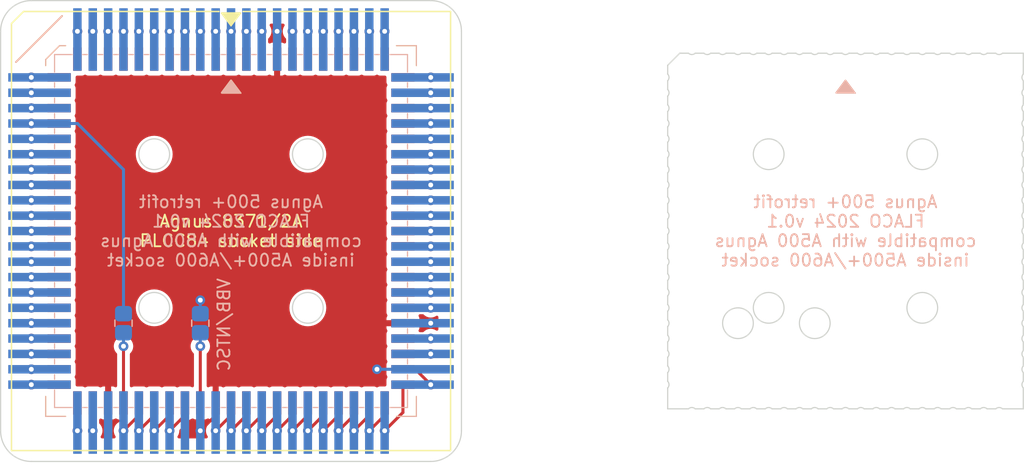
<source format=kicad_pcb>
(kicad_pcb (version 20240108) (generator "pcbnew") (generator_version "8.0")
  (title_block (title "A500+ Agnus retrofit SMD version") (date "2024-03-07") (rev "0.1") (company "FLACO 2024 CC-BY-NC-SA") (comment 1 "Agnus 8371/8372A on A500+ motherboard"))
  (layers (0 "F.Cu" signal) (31 "B.Cu" signal) (34 "B.Paste" user) (35 "F.Paste" user) (36 "B.SilkS" user "B.Silkscreen") (37 "F.SilkS" user "F.Silkscreen") (38 "B.Mask" user) (39 "F.Mask" user) (44 "Edge.Cuts" user))
  (net 0 "")
  (net 1 "/TEST")
  (net 2 "GND")
  (net 3 "+5V")
  (net 4 "/_XCLKEN")
  (net 5 "/DRD13")
  (net 6 "/DRD12")
  (net 7 "/DRD11")
  (net 8 "/DRD10")
  (net 9 "/DRD9")
  (net 10 "/DRD8")
  (net 11 "/DRD7")
  (net 12 "/DRD6")
  (net 13 "/DRD5")
  (net 14 "/DRD4")
  (net 15 "/DRD3")
  (net 16 "/DRD2")
  (net 17 "/DRD1")
  (net 18 "/DRD0")
  (net 19 "/_RESET")
  (net 20 "/_INTR")
  (net 21 "/_DMAL")
  (net 22 "/_BLISS")
  (net 23 "/_BLIT")
  (net 24 "/_WE")
  (net 25 "/RW")
  (net 26 "/_REGEN")
  (net 27 "/AS")
  (net 28 "/_RAMEN")
  (net 29 "/RGA8")
  (net 30 "/RGA7")
  (net 31 "/RGA6")
  (net 32 "/RGA5")
  (net 33 "/RGA4")
  (net 34 "/RGA3")
  (net 35 "/RGA2")
  (net 36 "/RGA1")
  (net 37 "/28MHZ")
  (net 38 "/_CDAC")
  (net 39 "/7MHZ")
  (net 40 "/_CCKQ")
  (net 41 "/_CCK")
  (net 42 "/DRA0")
  (net 43 "/DRA1")
  (net 44 "/DRA2")
  (net 45 "/DRA3")
  (net 46 "/DRA4")
  (net 47 "/DRA5")
  (net 48 "/DRA6")
  (net 49 "/DRA7")
  (net 50 "/DRA8")
  (net 51 "/_LDS")
  (net 52 "/_UDS")
  (net 53 "/_CASL")
  (net 54 "/_CASU")
  (net 55 "/_RAS1")
  (net 56 "/_RAS0")
  (net 57 "/A19")
  (net 58 "/A1")
  (net 59 "/A2")
  (net 60 "/A3")
  (net 61 "/A4")
  (net 62 "/A5")
  (net 63 "/A6")
  (net 64 "/A7")
  (net 65 "/A8")
  (net 66 "/A9")
  (net 67 "/A10")
  (net 68 "/A11")
  (net 69 "/A12")
  (net 70 "/A13")
  (net 71 "/A14")
  (net 72 "/A15")
  (net 73 "/A16")
  (net 74 "/A17")
  (net 75 "/A18")
  (net 76 "/_LPEN")
  (net 77 "/VSYNC")
  (net 78 "/_CSYNC")
  (net 79 "/_HSYNC")
  (net 80 "/DRD15")
  (net 81 "/DRD14")
  (net 83 "/A20")
  (footprint "Package_LCC:PLCC-84_SMD-Socket" (layer "F.Cu") (at 177.8 88.9)
    (property "Reference" "U2" (hide yes))
    (property "Value" "Agnus 8371 socket")
  )
  (footprint "Sassa:C_0805_2012Metric_shortable" (layer "B.Cu") (at 168.91 96.52 -90)
    (property "Reference" "R1" (hide yes))
    (property "Value" "4.7K")
  )
  (footprint "Sassa:PLCC-84_SMD-Plug" (layer "B.Cu") (at 177.8 88.9 180)
    (property "Reference" "U1" (hide yes))
    (property "Value" "Agnus 8375 plug")
  )
  (footprint "Sassa:C_0805_2012Metric_shortable" (layer "B.Cu") (at 175.26 96.52 90)
    (property "Reference" "C1" (hide yes))
    (property "Value" "0.1uF")
  )
  (gr_poly (pts (xy 228.6 76.454) (xy 229.362 77.47) (xy 227.838 77.47)) (stroke (width 0.15)) (fill solid) (layer "B.SilkS"))
  (gr_line (start 163.83 71.12) (end 160.02 74.93) (stroke (width 0.15)) (layer "B.SilkS"))
  (gr_poly (pts (xy 177.8 76.454) (xy 178.562 77.47) (xy 177.038 77.47)) (stroke (width 0.15)) (fill solid) (layer "B.SilkS"))
  (gr_line (start 163.83 71.12) (end 160.02 74.93) (stroke (width 0.15)) (layer "F.SilkS"))
  (gr_poly (pts (xy 177.8 76.454) (xy 178.562 77.47) (xy 177.038 77.47)) (stroke (width 0.15)) (fill solid) (layer "F.SilkS"))
  (gr_poly (pts (xy 177.8 71.9) (xy 177.038 70.884) (xy 178.562 70.884)) (stroke (width 0.15)) (fill solid) (layer "F.SilkS"))
  (gr_line (start 243.300001 95.525499) (end 243.3 96.244501) (stroke (width 0.1)) (layer "Edge.Cuts"))
  (gr_line (start 240.305499 74.199999) (end 241.024501 74.2) (stroke (width 0.1)) (layer "Edge.Cuts"))
  (gr_arc (start 225.784501 103.600001) (mid 226.06 103.490001) (end 226.335499 103.6) (stroke (width 0.1)) (layer "Edge.Cuts"))
  (gr_line (start 238.484501 103.600001) (end 237.765499 103.6) (stroke (width 0.1)) (layer "Edge.Cuts"))
  (gr_line (start 218.164501 103.600001) (end 217.445499 103.6) (stroke (width 0.1)) (layer "Edge.Cuts"))
  (gr_line (start 213.899999 83.544501) (end 213.9 82.825499) (stroke (width 0.1)) (layer "Edge.Cuts"))
  (gr_arc (start 241.024501 103.600001) (mid 241.3 103.490001) (end 241.575499 103.6) (stroke (width 0.1)) (layer "Edge.Cuts"))
  (gr_line (start 243.300001 76.475499) (end 243.3 77.194501) (stroke (width 0.1)) (layer "Edge.Cuts"))
  (gr_line (start 158.75 72.39) (end 158.75 105.41) (stroke (width 0.1)) (layer "Edge.Cuts"))
  (gr_line (start 241.575499 103.6) (end 243.3 103.6) (stroke (width 0.1)) (layer "Edge.Cuts"))
  (gr_arc (start 219.434501 103.600001) (mid 219.71 103.490001) (end 219.985499 103.6) (stroke (width 0.1)) (layer "Edge.Cuts"))
  (gr_line (start 213.899999 81.004501) (end 213.9 80.285499) (stroke (width 0.1)) (layer "Edge.Cuts"))
  (gr_line (start 223.244501 103.600001) (end 222.525499 103.6) (stroke (width 0.1)) (layer "Edge.Cuts"))
  (gr_line (start 233.404501 103.600001) (end 232.685499 103.6) (stroke (width 0.1)) (layer "Edge.Cuts"))
  (gr_line (start 215.624501 103.600001) (end 213.9 103.6) (stroke (width 0.1)) (layer "Edge.Cuts"))
  (gr_line (start 235.944501 103.600001) (end 235.225499 103.6) (stroke (width 0.1)) (layer "Edge.Cuts"))
  (gr_line (start 243.300001 91.715499) (end 243.3 92.434501) (stroke (width 0.1)) (layer "Edge.Cuts"))
  (gr_circle (center 234.95 95.25) (end 234.95 93.98) (stroke (width 0.1)) (fill none) (layer "Edge.Cuts"))
  (gr_line (start 229.594501 103.600001) (end 228.875499 103.6) (stroke (width 0.1)) (layer "Edge.Cuts"))
  (gr_line (start 243.300001 85.365499) (end 243.3 86.084501) (stroke (width 0.1)) (layer "Edge.Cuts"))
  (gr_arc (start 158.75 72.39) (mid 159.493949 70.593949) (end 161.29 69.85) (stroke (width 0.1)) (layer "Edge.Cuts"))
  (gr_line (start 243.300001 84.095499) (end 243.3 84.814501) (stroke (width 0.1)) (layer "Edge.Cuts"))
  (gr_line (start 243.3 75.924501) (end 243.3 74.2) (stroke (width 0.1)) (layer "Edge.Cuts"))
  (gr_line (start 243.300001 81.555499) (end 243.3 82.274501) (stroke (width 0.1)) (layer "Edge.Cuts"))
  (gr_line (start 213.899999 92.434501) (end 213.9 91.715499) (stroke (width 0.1)) (layer "Edge.Cuts"))
  (gr_arc (start 213.899999 101.324501) (mid 214.009999 101.6) (end 213.9 101.875499) (stroke (width 0.1)) (layer "Edge.Cuts"))
  (gr_line (start 194.31 69.85) (end 161.29 69.85) (stroke (width 0.1)) (layer "Edge.Cuts"))
  (gr_arc (start 223.795499 74.199999) (mid 223.52 74.309999) (end 223.244501 74.2) (stroke (width 0.1)) (layer "Edge.Cuts"))
  (gr_circle (center 171.45 82.55) (end 171.45 83.82) (stroke (width 0.1)) (fill none) (layer "Edge.Cuts"))
  (gr_arc (start 213.899999 87.354501) (mid 214.009999 87.63) (end 213.9 87.905499) (stroke (width 0.1)) (layer "Edge.Cuts"))
  (gr_line (start 241.575499 74.199999) (end 243.3 74.2) (stroke (width 0.1)) (layer "Edge.Cuts"))
  (gr_arc (start 227.054501 103.600001) (mid 227.33 103.490001) (end 227.605499 103.6) (stroke (width 0.1)) (layer "Edge.Cuts"))
  (gr_line (start 234.674501 103.600001) (end 233.955499 103.6) (stroke (width 0.1)) (layer "Edge.Cuts"))
  (gr_line (start 213.899999 94.974501) (end 213.9 94.255499) (stroke (width 0.1)) (layer "Edge.Cuts"))
  (gr_line (start 225.065499 74.199999) (end 225.784501 74.2) (stroke (width 0.1)) (layer "Edge.Cuts"))
  (gr_arc (start 213.899999 81.004501) (mid 214.009999 81.28) (end 213.9 81.555499) (stroke (width 0.1)) (layer "Edge.Cuts"))
  (gr_line (start 213.899999 86.084501) (end 213.9 85.365499) (stroke (width 0.1)) (layer "Edge.Cuts"))
  (gr_line (start 213.899999 100.054501) (end 213.9 99.335499) (stroke (width 0.1)) (layer "Edge.Cuts"))
  (gr_circle (center 234.95 82.55) (end 234.95 83.82) (stroke (width 0.1)) (fill none) (layer "Edge.Cuts"))
  (gr_arc (start 225.065499 74.199999) (mid 224.79 74.309999) (end 224.514501 74.2) (stroke (width 0.1)) (layer "Edge.Cuts"))
  (gr_arc (start 230.145499 74.199999) (mid 229.87 74.309999) (end 229.594501 74.2) (stroke (width 0.1)) (layer "Edge.Cuts"))
  (gr_arc (start 243.300001 91.715499) (mid 243.190001 91.44) (end 243.3 91.164501) (stroke (width 0.1)) (layer "Edge.Cuts"))
  (gr_arc (start 241.575499 74.199999) (mid 241.3 74.309999) (end 241.024501 74.2) (stroke (width 0.1)) (layer "Edge.Cuts"))
  (gr_arc (start 213.899999 83.544501) (mid 214.009999 83.82) (end 213.9 84.095499) (stroke (width 0.1)) (layer "Edge.Cuts"))
  (gr_line (start 227.605499 74.199999) (end 228.324501 74.2) (stroke (width 0.1)) (layer "Edge.Cuts"))
  (gr_arc (start 235.225499 74.199999) (mid 234.95 74.309999) (end 234.674501 74.2) (stroke (width 0.1)) (layer "Edge.Cuts"))
  (gr_arc (start 243.300001 100.605499) (mid 243.190001 100.33) (end 243.3 100.054501) (stroke (width 0.1)) (layer "Edge.Cuts"))
  (gr_arc (start 215.624501 103.600001) (mid 215.9 103.490001) (end 216.175499 103.6) (stroke (width 0.1)) (layer "Edge.Cuts"))
  (gr_line (start 213.899999 98.784501) (end 213.9 98.065499) (stroke (width 0.1)) (layer "Edge.Cuts"))
  (gr_arc (start 213.899999 100.054501) (mid 214.009999 100.33) (end 213.9 100.605499) (stroke (width 0.1)) (layer "Edge.Cuts"))
  (gr_line (start 237.214501 103.600001) (end 236.495499 103.6) (stroke (width 0.1)) (layer "Edge.Cuts"))
  (gr_arc (start 213.899999 82.274501) (mid 214.009999 82.55) (end 213.9 82.825499) (stroke (width 0.1)) (layer "Edge.Cuts"))
  (gr_arc (start 243.300001 77.745499) (mid 243.190001 77.47) (end 243.3 77.194501) (stroke (width 0.1)) (layer "Edge.Cuts"))
  (gr_arc (start 243.300001 94.255499) (mid 243.190001 93.98) (end 243.3 93.704501) (stroke (width 0.1)) (layer "Edge.Cuts"))
  (gr_line (start 213.899999 101.324501) (end 213.9 100.605499) (stroke (width 0.1)) (layer "Edge.Cuts"))
  (gr_arc (start 238.484501 103.600001) (mid 238.76 103.490001) (end 239.035499 103.6) (stroke (width 0.1)) (layer "Edge.Cuts"))
  (gr_line (start 237.765499 74.199999) (end 238.484501 74.2) (stroke (width 0.1)) (layer "Edge.Cuts"))
  (gr_arc (start 218.715499 74.199999) (mid 218.44 74.309999) (end 218.164501 74.2) (stroke (width 0.1)) (layer "Edge.Cuts"))
  (gr_arc (start 213.899999 92.434501) (mid 214.009999 92.71) (end 213.9 92.985499) (stroke (width 0.1)) (layer "Edge.Cuts"))
  (gr_arc (start 228.324501 103.600001) (mid 228.6 103.490001) (end 228.875499 103.6) (stroke (width 0.1)) (layer "Edge.Cuts"))
  (gr_line (start 225.784501 103.600001) (end 225.065499 103.6) (stroke (width 0.1)) (layer "Edge.Cuts"))
  (gr_arc (start 243.300001 86.635499) (mid 243.190001 86.36) (end 243.3 86.084501) (stroke (width 0.1)) (layer "Edge.Cuts"))
  (gr_arc (start 219.985499 74.199999) (mid 219.71 74.309999) (end 219.434501 74.2) (stroke (width 0.1)) (layer "Edge.Cuts"))
  (gr_line (start 216.894501 103.600001) (end 216.175499 103.6) (stroke (width 0.1)) (layer "Edge.Cuts"))
  (gr_line (start 243.300001 79.015499) (end 243.3 79.734501) (stroke (width 0.1)) (layer "Edge.Cuts"))
  (gr_line (start 243.300001 99.335499) (end 243.3 100.054501) (stroke (width 0.1)) (layer "Edge.Cuts"))
  (gr_arc (start 194.31 69.85) (mid 196.106051 70.593949) (end 196.85 72.39) (stroke (width 0.1)) (layer "Edge.Cuts"))
  (gr_arc (start 234.674501 103.600001) (mid 234.95 103.490001) (end 235.225499 103.6) (stroke (width 0.1)) (layer "Edge.Cuts"))
  (gr_circle (center 219.71 96.52) (end 219.71 97.79) (stroke (width 0.1)) (fill none) (layer "Edge.Cuts"))
  (gr_arc (start 239.035499 74.199999) (mid 238.76 74.309999) (end 238.484501 74.2) (stroke (width 0.1)) (layer "Edge.Cuts"))
  (gr_arc (start 237.765499 74.199999) (mid 237.49 74.309999) (end 237.214501 74.2) (stroke (width 0.1)) (layer "Edge.Cuts"))
  (gr_arc (start 227.605499 74.199999) (mid 227.33 74.309999) (end 227.054501 74.2) (stroke (width 0.1)) (layer "Edge.Cuts"))
  (gr_arc (start 243.300001 80.285499) (mid 243.190001 80.01) (end 243.3 79.734501) (stroke (width 0.1)) (layer "Edge.Cuts"))
  (gr_arc (start 243.300001 96.795499) (mid 243.190001 96.52) (end 243.3 96.244501) (stroke (width 0.1)) (layer "Edge.Cuts"))
  (gr_arc (start 213.899999 93.704501) (mid 214.009999 93.98) (end 213.9 94.255499) (stroke (width 0.1)) (layer "Edge.Cuts"))
  (gr_arc (start 217.445499 74.199999) (mid 217.17 74.309999) (end 216.894501 74.2) (stroke (width 0.1)) (layer "Edge.Cuts"))
  (gr_arc (start 232.685499 74.199999) (mid 232.41 74.309999) (end 232.134501 74.2) (stroke (width 0.1)) (layer "Edge.Cuts"))
  (gr_arc (start 213.899999 89.894501) (mid 214.009999 90.17) (end 213.9 90.445499) (stroke (width 0.1)) (layer "Edge.Cuts"))
  (gr_line (start 216.175499 74.199999) (end 216.894501 74.2) (stroke (width 0.1)) (layer "Edge.Cuts"))
  (gr_line (start 213.899999 93.704501) (end 213.9 92.985499) (stroke (width 0.1)) (layer "Edge.Cuts"))
  (gr_line (start 219.985499 74.199999) (end 220.704501 74.2) (stroke (width 0.1)) (layer "Edge.Cuts"))
  (gr_arc (start 233.955499 74.199999) (mid 233.68 74.309999) (end 233.404501 74.2) (stroke (width 0.1)) (layer "Edge.Cuts"))
  (gr_line (start 243.300001 100.605499) (end 243.3 101.324501) (stroke (width 0.1)) (layer "Edge.Cuts"))
  (gr_line (start 213.899999 82.274501) (end 213.9 81.555499) (stroke (width 0.1)) (layer "Edge.Cuts"))
  (gr_arc (start 216.175499 74.199999) (mid 215.9 74.309999) (end 215.624501 74.2) (stroke (width 0.1)) (layer "Edge.Cuts"))
  (gr_line (start 243.300001 87.905499) (end 243.3 88.624501) (stroke (width 0.1)) (layer "Edge.Cuts"))
  (gr_arc (start 213.899999 79.734501) (mid 214.009999 80.01) (end 213.9 80.285499) (stroke (width 0.1)) (layer "Edge.Cuts"))
  (gr_arc (start 218.164501 103.600001) (mid 218.44 103.490001) (end 218.715499 103.6) (stroke (width 0.1)) (layer "Edge.Cuts"))
  (gr_line (start 217.445499 74.199999) (end 218.164501 74.2) (stroke (width 0.1)) (layer "Edge.Cuts"))
  (gr_circle (center 184.15 95.25) (end 184.15 93.98) (stroke (width 0.1)) (fill none) (layer "Edge.Cuts"))
  (gr_arc (start 220.704501 103.600001) (mid 220.98 103.490001) (end 221.255499 103.6) (stroke (width 0.1)) (layer "Edge.Cuts"))
  (gr_line (start 213.899999 77.194501) (end 213.9 76.475499) (stroke (width 0.1)) (layer "Edge.Cuts"))
  (gr_line (start 243.300001 90.445499) (end 243.3 91.164501) (stroke (width 0.1)) (layer "Edge.Cuts"))
  (gr_arc (start 221.974501 103.600001) (mid 222.25 103.490001) (end 222.525499 103.6) (stroke (width 0.1)) (layer "Edge.Cuts"))
  (gr_line (start 220.704501 103.600001) (end 219.985499 103.6) (stroke (width 0.1)) (layer "Edge.Cuts"))
  (gr_line (start 236.495499 74.199999) (end 237.214501 74.2) (stroke (width 0.1)) (layer "Edge.Cuts"))
  (gr_arc (start 237.214501 103.600001) (mid 237.49 103.490001) (end 237.765499 103.6) (stroke (width 0.1)) (layer "Edge.Cuts"))
  (gr_line (start 243.300001 98.065499) (end 243.3 98.784501) (stroke (width 0.1)) (layer "Edge.Cuts"))
  (gr_line (start 241.024501 103.600001) (end 240.305499 103.6) (stroke (width 0.1)) (layer "Edge.Cuts"))
  (gr_arc (start 243.300001 99.335499) (mid 243.190001 99.06) (end 243.3 98.784501) (stroke (width 0.1)) (layer "Edge.Cuts"))
  (gr_line (start 243.300001 82.825499) (end 243.3 83.544501) (stroke (width 0.1)) (layer "Edge.Cuts"))
  (gr_circle (center 222.25 95.25) (end 222.25 93.98) (stroke (width 0.1)) (fill none) (layer "Edge.Cuts"))
  (gr_line (start 213.9 75.2) (end 214.9 74.2) (stroke (width 0.1)) (layer "Edge.Cuts"))
  (gr_arc (start 231.415499 74.199999) (mid 231.14 74.309999) (end 230.864501 74.2) (stroke (width 0.1)) (layer "Edge.Cuts"))
  (gr_arc (start 243.300001 84.095499) (mid 243.190001 83.82) (end 243.3 83.544501) (stroke (width 0.1)) (layer "Edge.Cuts"))
  (gr_arc (start 243.300001 95.525499) (mid 243.190001 95.25) (end 243.3 94.974501) (stroke (width 0.1)) (layer "Edge.Cuts"))
  (gr_arc (start 240.305499 74.199999) (mid 240.03 74.309999) (end 239.754501 74.2) (stroke (width 0.1)) (layer "Edge.Cuts"))
  (gr_line (start 224.514501 103.600001) (end 223.795499 103.6) (stroke (width 0.1)) (layer "Edge.Cuts"))
  (gr_arc (start 222.525499 74.199999) (mid 222.25 74.309999) (end 221.974501 74.2) (stroke (width 0.1)) (layer "Edge.Cuts"))
  (gr_line (start 222.525499 74.199999) (end 223.244501 74.2) (stroke (width 0.1)) (layer "Edge.Cuts"))
  (gr_line (start 230.864501 103.600001) (end 230.145499 103.6) (stroke (width 0.1)) (layer "Edge.Cuts"))
  (gr_arc (start 213.899999 94.974501) (mid 214.009999 95.25) (end 213.9 95.525499) (stroke (width 0.1)) (layer "Edge.Cuts"))
  (gr_line (start 233.955499 74.199999) (end 234.674501 74.2) (stroke (width 0.1)) (layer "Edge.Cuts"))
  (gr_line (start 243.300001 86.635499) (end 243.3 87.354501) (stroke (width 0.1)) (layer "Edge.Cuts"))
  (gr_line (start 243.300001 92.985499) (end 243.3 93.704501) (stroke (width 0.1)) (layer "Edge.Cuts"))
  (gr_arc (start 213.899999 86.084501) (mid 214.009999 86.36) (end 213.9 86.635499) (stroke (width 0.1)) (layer "Edge.Cuts"))
  (gr_arc (start 243.300001 85.365499) (mid 243.190001 85.09) (end 243.3 84.814501) (stroke (width 0.1)) (layer "Edge.Cuts"))
  (gr_arc (start 232.134501 103.600001) (mid 232.41 103.490001) (end 232.685499 103.6) (stroke (width 0.1)) (layer "Edge.Cuts"))
  (gr_arc (start 243.300001 82.825499) (mid 243.190001 82.55) (end 243.3 82.274501) (stroke (width 0.1)) (layer "Edge.Cuts"))
  (gr_arc (start 216.894501 103.600001) (mid 217.17 103.490001) (end 217.445499 103.6) (stroke (width 0.1)) (layer "Edge.Cuts"))
  (gr_line (start 223.795499 74.199999) (end 224.514501 74.2) (stroke (width 0.1)) (layer "Edge.Cuts"))
  (gr_arc (start 243.300001 98.065499) (mid 243.190001 97.79) (end 243.3 97.514501) (stroke (width 0.1)) (layer "Edge.Cuts"))
  (gr_line (start 221.255499 74.199999) (end 221.974501 74.2) (stroke (width 0.1)) (layer "Edge.Cuts"))
  (gr_arc (start 213.899999 75.924501) (mid 214.009999 76.2) (end 213.9 76.475499) (stroke (width 0.1)) (layer "Edge.Cuts"))
  (gr_arc (start 243.300001 90.445499) (mid 243.190001 90.17) (end 243.3 89.894501) (stroke (width 0.1)) (layer "Edge.Cuts"))
  (gr_arc (start 243.300001 81.555499) (mid 243.190001 81.28) (end 243.3 81.004501) (stroke (width 0.1)) (layer "Edge.Cuts"))
  (gr_line (start 218.715499 74.199999) (end 219.434501 74.2) (stroke (width 0.1)) (layer "Edge.Cuts"))
  (gr_line (start 213.9 101.875499) (end 213.9 103.6) (stroke (width 0.1)) (layer "Edge.Cuts"))
  (gr_line (start 239.035499 74.199999) (end 239.754501 74.2) (stroke (width 0.1)) (layer "Edge.Cuts"))
  (gr_line (start 215.624501 74.2) (end 214.9 74.2) (stroke (width 0.1)) (layer "Edge.Cuts"))
  (gr_line (start 196.85 105.41) (end 196.85 72.39) (stroke (width 0.1)) (layer "Edge.Cuts"))
  (gr_arc (start 213.899999 91.164501) (mid 214.009999 91.44) (end 213.9 91.715499) (stroke (width 0.1)) (layer "Edge.Cuts"))
  (gr_arc (start 213.899999 98.784501) (mid 214.009999 99.06) (end 213.9 99.335499) (stroke (width 0.1)) (layer "Edge.Cuts"))
  (gr_line (start 227.054501 103.600001) (end 226.335499 103.6) (stroke (width 0.1)) (layer "Edge.Cuts"))
  (gr_arc (start 213.899999 84.814501) (mid 214.009999 85.09) (end 213.9 85.365499) (stroke (width 0.1)) (layer "Edge.Cuts"))
  (gr_arc (start 243.300001 87.905499) (mid 243.190001 87.63) (end 243.3 87.354501) (stroke (width 0.1)) (layer "Edge.Cuts"))
  (gr_line (start 231.415499 74.199999) (end 232.134501 74.2) (stroke (width 0.1)) (layer "Edge.Cuts"))
  (gr_line (start 213.899999 89.894501) (end 213.9 89.175499) (stroke (width 0.1)) (layer "Edge.Cuts"))
  (gr_arc (start 224.514501 103.600001) (mid 224.79 103.490001) (end 225.065499 103.6) (stroke (width 0.1)) (layer "Edge.Cuts"))
  (gr_line (start 235.225499 74.199999) (end 235.944501 74.2) (stroke (width 0.1)) (layer "Edge.Cuts"))
  (gr_line (start 228.875499 74.199999) (end 229.594501 74.2) (stroke (width 0.1)) (layer "Edge.Cuts"))
  (gr_line (start 243.300001 80.285499) (end 243.3 81.004501) (stroke (width 0.1)) (layer "Edge.Cuts"))
  (gr_line (start 230.145499 74.199999) (end 230.864501 74.2) (stroke (width 0.1)) (layer "Edge.Cuts"))
  (gr_arc (start 221.255499 74.199999) (mid 220.98 74.309999) (end 220.704501 74.2) (stroke (width 0.1)) (layer "Edge.Cuts"))
  (gr_line (start 213.899999 88.624501) (end 213.9 87.905499) (stroke (width 0.1)) (layer "Edge.Cuts"))
  (gr_arc (start 213.899999 77.194501) (mid 214.009999 77.47) (end 213.9 77.745499) (stroke (width 0.1)) (layer "Edge.Cuts"))
  (gr_line (start 232.134501 103.600001) (end 231.415499 103.6) (stroke (width 0.1)) (layer "Edge.Cuts"))
  (gr_arc (start 243.300001 79.015499) (mid 243.190001 78.74) (end 243.3 78.464501) (stroke (width 0.1)) (layer "Edge.Cuts"))
  (gr_line (start 243.300001 101.875499) (end 243.3 103.6) (stroke (width 0.1)) (layer "Edge.Cuts"))
  (gr_line (start 226.335499 74.199999) (end 227.054501 74.2) (stroke (width 0.1)) (layer "Edge.Cuts"))
  (gr_line (start 161.29 107.95) (end 194.31 107.95) (stroke (width 0.1)) (layer "Edge.Cuts"))
  (gr_arc (start 243.300001 101.875499) (mid 243.190001 101.6) (end 243.3 101.324501) (stroke (width 0.1)) (layer "Edge.Cuts"))
  (gr_arc (start 213.899999 88.624501) (mid 214.009999 88.9) (end 213.9 89.175499) (stroke (width 0.1)) (layer "Edge.Cuts"))
  (gr_arc (start 161.29 107.95) (mid 159.493949 107.206051) (end 158.75 105.41) (stroke (width 0.1)) (layer "Edge.Cuts"))
  (gr_arc (start 228.875499 74.199999) (mid 228.6 74.309999) (end 228.324501 74.2) (stroke (width 0.1)) (layer "Edge.Cuts"))
  (gr_arc (start 230.864501 103.600001) (mid 231.14 103.490001) (end 231.415499 103.6) (stroke (width 0.1)) (layer "Edge.Cuts"))
  (gr_arc (start 243.300001 89.175499) (mid 243.190001 88.9) (end 243.3 88.624501) (stroke (width 0.1)) (layer "Edge.Cuts"))
  (gr_line (start 228.324501 103.600001) (end 227.605499 103.6) (stroke (width 0.1)) (layer "Edge.Cuts"))
  (gr_arc (start 226.335499 74.199999) (mid 226.06 74.309999) (end 225.784501 74.2) (stroke (width 0.1)) (layer "Edge.Cuts"))
  (gr_arc (start 213.899999 97.514501) (mid 214.009999 97.79) (end 213.9 98.065499) (stroke (width 0.1)) (layer "Edge.Cuts"))
  (gr_line (start 243.300001 96.795499) (end 243.3 97.514501) (stroke (width 0.1)) (layer "Edge.Cuts"))
  (gr_arc (start 243.300001 92.985499) (mid 243.190001 92.71) (end 243.3 92.434501) (stroke (width 0.1)) (layer "Edge.Cuts"))
  (gr_arc (start 229.594501 103.600001) (mid 229.87 103.490001) (end 230.145499 103.6) (stroke (width 0.1)) (layer "Edge.Cuts"))
  (gr_line (start 213.899999 75.924501) (end 213.9 75.2) (stroke (width 0.1)) (layer "Edge.Cuts"))
  (gr_line (start 243.300001 77.745499) (end 243.3 78.464501) (stroke (width 0.1)) (layer "Edge.Cuts"))
  (gr_arc (start 236.495499 74.199999) (mid 236.22 74.309999) (end 235.944501 74.2) (stroke (width 0.1)) (layer "Edge.Cuts"))
  (gr_line (start 213.899999 97.514501) (end 213.9 96.795499) (stroke (width 0.1)) (layer "Edge.Cuts"))
  (gr_line (start 213.899999 84.814501) (end 213.9 84.095499) (stroke (width 0.1)) (layer "Edge.Cuts"))
  (gr_circle (center 226.06 96.52) (end 226.06 97.79) (stroke (width 0.1)) (fill none) (layer "Edge.Cuts"))
  (gr_line (start 213.899999 79.734501) (end 213.9 79.015499) (stroke (width 0.1)) (layer "Edge.Cuts"))
  (gr_line (start 213.899999 87.354501) (end 213.9 86.635499) (stroke (width 0.1)) (layer "Edge.Cuts"))
  (gr_line (start 239.754501 103.600001) (end 239.035499 103.6) (stroke (width 0.1)) (layer "Edge.Cuts"))
  (gr_circle (center 171.45 95.25) (end 171.45 93.98) (stroke (width 0.1)) (fill none) (layer "Edge.Cuts"))
  (gr_arc (start 239.754501 103.600001) (mid 240.03 103.490001) (end 240.305499 103.6) (stroke (width 0.1)) (layer "Edge.Cuts"))
  (gr_line (start 243.300001 94.255499) (end 243.3 94.974501) (stroke (width 0.1)) (layer "Edge.Cuts"))
  (gr_arc (start 243.300001 76.475499) (mid 243.190001 76.2) (end 243.3 75.924501) (stroke (width 0.1)) (layer "Edge.Cuts"))
  (gr_arc (start 235.944501 103.600001) (mid 236.22 103.490001) (end 236.495499 103.6) (stroke (width 0.1)) (layer "Edge.Cuts"))
  (gr_arc (start 233.404501 103.600001) (mid 233.68 103.490001) (end 233.955499 103.6) (stroke (width 0.1)) (layer "Edge.Cuts"))
  (gr_line (start 213.899999 78.464501) (end 213.9 77.745499) (stroke (width 0.1)) (layer "Edge.Cuts"))
  (gr_circle (center 222.25 82.55) (end 222.25 83.82) (stroke (width 0.1)) (fill none) (layer "Edge.Cuts"))
  (gr_arc (start 196.85 105.41) (mid 196.106051 107.206051) (end 194.31 107.95) (stroke (width 0.1)) (layer "Edge.Cuts"))
  (gr_line (start 221.974501 103.600001) (end 221.255499 103.6) (stroke (width 0.1)) (layer "Edge.Cuts"))
  (gr_line (start 219.434501 103.600001) (end 218.715499 103.6) (stroke (width 0.1)) (layer "Edge.Cuts"))
  (gr_line (start 243.300001 89.175499) (end 243.3 89.894501) (stroke (width 0.1)) (layer "Edge.Cuts"))
  (gr_line (start 232.685499 74.199999) (end 233.404501 74.2) (stroke (width 0.1)) (layer "Edge.Cuts"))
  (gr_line (start 213.899999 91.164501) (end 213.9 90.445499) (stroke (width 0.1)) (layer "Edge.Cuts"))
  (gr_circle (center 184.15 82.55) (end 184.15 83.82) (stroke (width 0.1)) (fill none) (layer "Edge.Cuts"))
  (gr_arc (start 223.244501 103.600001) (mid 223.52 103.490001) (end 223.795499 103.6) (stroke (width 0.1)) (layer "Edge.Cuts"))
  (gr_arc (start 213.899999 96.244501) (mid 214.009999 96.52) (end 213.9 96.795499) (stroke (width 0.1)) (layer "Edge.Cuts"))
  (gr_arc (start 213.899999 78.464501) (mid 214.009999 78.74) (end 213.9 79.015499) (stroke (width 0.1)) (layer "Edge.Cuts"))
  (gr_line (start 213.899999 96.244501) (end 213.9 95.525499) (stroke (width 0.1)) (layer "Edge.Cuts"))
  (gr_text "Agnus 500+ retrofit\nFLACO 2024 v0.1\ncompatible with A500 Agnus\ninside A500+/A600 socket" (at 177.8 88.9 0) (layer "B.SilkS") (effects (font (size 1 1)) (justify mirror)))
  (gr_text "Agnus 500+ retrofit\nFLACO 2024 v0.1\ncompatible with A500 Agnus\ninside A500+/A600 socket" (at 228.6 88.9 0) (layer "B.SilkS") (effects (font (size 1 1)) (justify mirror)))
  (gr_text "VBB/NTSC" (at 177.8 92.71 90) (layer "B.SilkS") (effects (font (size 1 1)) (justify left bottom mirror)))
  (gr_text "Agnus 8371/2A\nPLCC84 socket side" (at 177.8 88.9 0) (layer "F.SilkS") (effects (font (size 1 1))))
  (segment (start 175.26 103.1125) (end 175.26 98.425) (width 0.25) (layer "F.Cu") (net 1))
  (via (at 175.26 98.425) (size 0.8) (drill 0.4) (layers "F.Cu" "B.Cu") (net 1))
  (segment (start 175.26 98.425) (end 175.26 97.3087) (width 0.25) (layer "B.Cu") (net 1))
  (segment (start 192.0125 96.52) (end 194.31 96.52) (width 0.25) (layer "F.Cu") (net 2))
  (segment (start 181.61 72.39) (end 181.61 74.6875) (width 0.25) (layer "F.Cu") (net 2))
  (segment (start 176.53 104.14) (end 176.53 103.1125) (width 0.25) (layer "F.Cu") (net 2))
  (segment (start 175.26 105.41) (end 176.53 104.14) (width 0.25) (layer "F.Cu") (net 2))
  (via (at 189.865 100.33) (size 0.8) (drill 0.4) (layers "F.Cu" "B.Cu") (net 2))
  (via (at 194.31 96.52) (size 0.8) (drill 0.4) (layers "F.Cu" "B.Cu") (net 2))
  (via (at 181.61 72.39) (size 0.8) (drill 0.4) (layers "F.Cu" "B.Cu") (net 2))
  (via (at 175.26 105.41) (size 0.8) (drill 0.4) (layers "F.Cu" "B.Cu") (net 2))
  (via (at 175.26 94.615) (size 0.8) (drill 0.4) (layers "F.Cu" "B.Cu") (net 2))
  (segment (start 192.0125 100.33) (end 189.865 100.33) (width 0.25) (layer "B.Cu") (net 2))
  (segment (start 175.26 95.7313) (end 175.26 94.615) (width 0.25) (layer "B.Cu") (net 2))
  (segment (start 194.31 96.52) (end 192.0125 96.52) (width 0.25) (layer "B.Cu") (net 2))
  (segment (start 181.61 74.6875) (end 181.61 72.39) (width 0.25) (layer "B.Cu") (net 2))
  (segment (start 175.26 103.1125) (end 175.26 105.41) (width 0.25) (layer "B.Cu") (net 2))
  (segment (start 161.29 80.01) (end 163.5875 80.01) (width 0.25) (layer "F.Cu") (net 3))
  (via (at 161.29 80.01) (size 0.8) (drill 0.4) (layers "F.Cu" "B.Cu") (net 3))
  (segment (start 163.5875 80.01) (end 165.1 80.01) (width 0.25) (layer "B.Cu") (net 3))
  (segment (start 168.91 83.82) (end 168.91 95.7313) (width 0.25) (layer "B.Cu") (net 3))
  (segment (start 161.29 80.01) (end 163.5875 80.01) (width 0.25) (layer "B.Cu") (net 3))
  (segment (start 165.1 80.01) (end 168.91 83.82) (width 0.25) (layer "B.Cu") (net 3))
  (segment (start 168.91 103.1125) (end 168.91 98.425) (width 0.25) (layer "F.Cu") (net 4))
  (via (at 168.91 98.425) (size 0.8) (drill 0.4) (layers "F.Cu" "B.Cu") (net 4))
  (segment (start 168.91 98.425) (end 168.91 97.3087) (width 0.25) (layer "B.Cu") (net 4))
  (segment (start 177.8 72.39) (end 177.8 74.6875) (width 0.25) (layer "F.Cu") (net 5))
  (via (at 177.8 72.39) (size 0.8) (drill 0.4) (layers "F.Cu" "B.Cu") (net 5))
  (segment (start 177.8 74.6875) (end 177.8 72.39) (width 0.25) (layer "B.Cu") (net 5))
  (segment (start 176.53 72.39) (end 176.53 74.6875) (width 0.25) (layer "F.Cu") (net 6))
  (via (at 176.53 72.39) (size 0.8) (drill 0.4) (layers "F.Cu" "B.Cu") (net 6))
  (segment (start 176.53 74.6875) (end 176.53 72.39) (width 0.25) (layer "B.Cu") (net 6))
  (segment (start 175.26 72.39) (end 175.26 74.6875) (width 0.25) (layer "F.Cu") (net 7))
  (via (at 175.26 72.39) (size 0.8) (drill 0.4) (layers "F.Cu" "B.Cu") (net 7))
  (segment (start 175.26 74.6875) (end 175.26 72.39) (width 0.25) (layer "B.Cu") (net 7))
  (segment (start 173.99 74.6875) (end 173.99 72.39) (width 0.25) (layer "F.Cu") (net 8))
  (via (at 173.99 72.39) (size 0.8) (drill 0.4) (layers "F.Cu" "B.Cu") (net 8))
  (segment (start 173.99 72.39) (end 173.99 74.6875) (width 0.25) (layer "B.Cu") (net 8))
  (segment (start 172.72 74.6875) (end 172.72 72.39) (width 0.25) (layer "F.Cu") (net 9))
  (via (at 172.72 72.39) (size 0.8) (drill 0.4) (layers "F.Cu" "B.Cu") (net 9))
  (segment (start 172.72 72.39) (end 172.72 74.6875) (width 0.25) (layer "B.Cu") (net 9))
  (segment (start 171.45 74.6875) (end 171.45 72.39) (width 0.25) (layer "F.Cu") (net 10))
  (via (at 171.45 72.39) (size 0.8) (drill 0.4) (layers "F.Cu" "B.Cu") (net 10))
  (segment (start 171.45 72.39) (end 171.45 74.6875) (width 0.25) (layer "B.Cu") (net 10))
  (segment (start 170.18 74.6875) (end 170.18 72.39) (width 0.25) (layer "F.Cu") (net 11))
  (via (at 170.18 72.39) (size 0.8) (drill 0.4) (layers "F.Cu" "B.Cu") (net 11))
  (segment (start 170.18 72.39) (end 170.18 74.6875) (width 0.25) (layer "B.Cu") (net 11))
  (segment (start 168.91 74.6875) (end 168.91 72.39) (width 0.25) (layer "F.Cu") (net 12))
  (via (at 168.91 72.39) (size 0.8) (drill 0.4) (layers "F.Cu" "B.Cu") (net 12))
  (segment (start 168.91 72.39) (end 168.91 74.6875) (width 0.25) (layer "B.Cu") (net 12))
  (segment (start 167.64 74.6875) (end 167.64 72.39) (width 0.25) (layer "F.Cu") (net 13))
  (via (at 167.64 72.39) (size 0.8) (drill 0.4) (layers "F.Cu" "B.Cu") (net 13))
  (segment (start 167.64 72.39) (end 167.64 74.6875) (width 0.25) (layer "B.Cu") (net 13))
  (segment (start 166.37 74.6875) (end 166.37 72.39) (width 0.25) (layer "F.Cu") (net 14))
  (via (at 166.37 72.39) (size 0.8) (drill 0.4) (layers "F.Cu" "B.Cu") (net 14))
  (segment (start 166.37 72.39) (end 166.37 74.6875) (width 0.25) (layer "B.Cu") (net 14))
  (segment (start 165.1 74.6875) (end 165.1 72.39) (width 0.25) (layer "F.Cu") (net 15))
  (via (at 165.1 72.39) (size 0.8) (drill 0.4) (layers "F.Cu" "B.Cu") (net 15))
  (segment (start 165.1 72.39) (end 165.1 74.6875) (width 0.25) (layer "B.Cu") (net 15))
  (segment (start 161.29 76.2) (end 163.5875 76.2) (width 0.25) (layer "F.Cu") (net 16))
  (via (at 161.29 76.2) (size 0.8) (drill 0.4) (layers "F.Cu" "B.Cu") (net 16))
  (segment (start 161.29 76.2) (end 163.5875 76.2) (width 0.25) (layer "B.Cu") (net 16))
  (segment (start 161.29 77.47) (end 163.5875 77.47) (width 0.25) (layer "F.Cu") (net 17))
  (via (at 161.29 77.47) (size 0.8) (drill 0.4) (layers "F.Cu" "B.Cu") (net 17))
  (segment (start 161.29 77.47) (end 163.5875 77.47) (width 0.25) (layer "B.Cu") (net 17))
  (segment (start 161.29 78.74) (end 163.5875 78.74) (width 0.25) (layer "F.Cu") (net 18))
  (via (at 161.29 78.74) (size 0.8) (drill 0.4) (layers "F.Cu" "B.Cu") (net 18))
  (segment (start 161.29 78.74) (end 163.5875 78.74) (width 0.25) (layer "B.Cu") (net 18))
  (segment (start 161.29 81.28) (end 163.5875 81.28) (width 0.25) (layer "F.Cu") (net 19))
  (via (at 161.29 81.28) (size 0.8) (drill 0.4) (layers "F.Cu" "B.Cu") (net 19))
  (segment (start 161.29 81.28) (end 163.5875 81.28) (width 0.25) (layer "B.Cu") (net 19))
  (segment (start 161.29 82.55) (end 163.5875 82.55) (width 0.25) (layer "F.Cu") (net 20))
  (via (at 161.29 82.55) (size 0.8) (drill 0.4) (layers "F.Cu" "B.Cu") (net 20))
  (segment (start 161.29 82.55) (end 163.5875 82.55) (width 0.25) (layer "B.Cu") (net 20))
  (segment (start 161.29 83.82) (end 163.5875 83.82) (width 0.25) (layer "F.Cu") (net 21))
  (via (at 161.29 83.82) (size 0.8) (drill 0.4) (layers "F.Cu" "B.Cu") (net 21))
  (segment (start 161.29 83.82) (end 163.5875 83.82) (width 0.25) (layer "B.Cu") (net 21))
  (segment (start 161.29 85.09) (end 163.5875 85.09) (width 0.25) (layer "F.Cu") (net 22))
  (via (at 161.29 85.09) (size 0.8) (drill 0.4) (layers "F.Cu" "B.Cu") (net 22))
  (segment (start 161.29 85.09) (end 163.5875 85.09) (width 0.25) (layer "B.Cu") (net 22))
  (segment (start 161.29 86.36) (end 163.5875 86.36) (width 0.25) (layer "F.Cu") (net 23))
  (via (at 161.29 86.36) (size 0.8) (drill 0.4) (layers "F.Cu" "B.Cu") (net 23))
  (segment (start 161.29 86.36) (end 163.5875 86.36) (width 0.25) (layer "B.Cu") (net 23))
  (segment (start 161.29 87.63) (end 163.5875 87.63) (width 0.25) (layer "F.Cu") (net 24))
  (via (at 161.29 87.63) (size 0.8) (drill 0.4) (layers "F.Cu" "B.Cu") (net 24))
  (segment (start 161.29 87.63) (end 163.5875 87.63) (width 0.25) (layer "B.Cu") (net 24))
  (segment (start 161.29 88.9) (end 163.5875 88.9) (width 0.25) (layer "F.Cu") (net 25))
  (via (at 161.29 88.9) (size 0.8) (drill 0.4) (layers "F.Cu" "B.Cu") (net 25))
  (segment (start 161.29 88.9) (end 163.5875 88.9) (width 0.25) (layer "B.Cu") (net 25))
  (segment (start 161.29 90.17) (end 163.5875 90.17) (width 0.25) (layer "F.Cu") (net 26))
  (via (at 161.29 90.17) (size 0.8) (drill 0.4) (layers "F.Cu" "B.Cu") (net 26))
  (segment (start 161.29 90.17) (end 163.5875 90.17) (width 0.25) (layer "B.Cu") (net 26))
  (segment (start 161.29 91.44) (end 163.5875 91.44) (width 0.25) (layer "F.Cu") (net 27))
  (via (at 161.29 91.44) (size 0.8) (drill 0.4) (layers "F.Cu" "B.Cu") (net 27))
  (segment (start 161.29 91.44) (end 163.5875 91.44) (width 0.25) (layer "B.Cu") (net 27))
  (segment (start 161.29 92.71) (end 163.5875 92.71) (width 0.25) (layer "F.Cu") (net 28))
  (via (at 161.29 92.71) (size 0.8) (drill 0.4) (layers "F.Cu" "B.Cu") (net 28))
  (segment (start 161.29 92.71) (end 163.5875 92.71) (width 0.25) (layer "B.Cu") (net 28))
  (segment (start 161.29 93.98) (end 163.5875 93.98) (width 0.25) (layer "F.Cu") (net 29))
  (via (at 161.29 93.98) (size 0.8) (drill 0.4) (layers "F.Cu" "B.Cu") (net 29))
  (segment (start 161.29 93.98) (end 163.5875 93.98) (width 0.25) (layer "B.Cu") (net 29))
  (segment (start 161.29 95.25) (end 163.5875 95.25) (width 0.25) (layer "F.Cu") (net 30))
  (via (at 161.29 95.25) (size 0.8) (drill 0.4) (layers "F.Cu" "B.Cu") (net 30))
  (segment (start 161.29 95.25) (end 163.5875 95.25) (width 0.25) (layer "B.Cu") (net 30))
  (segment (start 161.29 96.52) (end 163.5875 96.52) (width 0.25) (layer "F.Cu") (net 31))
  (via (at 161.29 96.52) (size 0.8) (drill 0.4) (layers "F.Cu" "B.Cu") (net 31))
  (segment (start 161.29 96.52) (end 163.5875 96.52) (width 0.25) (layer "B.Cu") (net 31))
  (segment (start 161.29 97.79) (end 163.5875 97.79) (width 0.25) (layer "F.Cu") (net 32))
  (via (at 161.29 97.79) (size 0.8) (drill 0.4) (layers "F.Cu" "B.Cu") (net 32))
  (segment (start 161.29 97.79) (end 163.5875 97.79) (width 0.25) (layer "B.Cu") (net 32))
  (segment (start 161.29 99.06) (end 163.5875 99.06) (width 0.25) (layer "F.Cu") (net 33))
  (via (at 161.29 99.06) (size 0.8) (drill 0.4) (layers "F.Cu" "B.Cu") (net 33))
  (segment (start 161.29 99.06) (end 163.5875 99.06) (width 0.25) (layer "B.Cu") (net 33))
  (segment (start 161.29 100.33) (end 163.5875 100.33) (width 0.25) (layer "F.Cu") (net 34))
  (via (at 161.29 100.33) (size 0.8) (drill 0.4) (layers "F.Cu" "B.Cu") (net 34))
  (segment (start 161.29 100.33) (end 163.5875 100.33) (width 0.25) (layer "B.Cu") (net 34))
  (segment (start 161.29 101.6) (end 163.5875 101.6) (width 0.25) (layer "F.Cu") (net 35))
  (via (at 161.29 101.6) (size 0.8) (drill 0.4) (layers "F.Cu" "B.Cu") (net 35))
  (segment (start 161.29 101.6) (end 163.5875 101.6) (width 0.25) (layer "B.Cu") (net 35))
  (segment (start 165.1 103.1125) (end 165.1 105.41) (width 0.25) (layer "F.Cu") (net 36))
  (via (at 165.1 105.41) (size 0.8) (drill 0.4) (layers "F.Cu" "B.Cu") (net 36))
  (segment (start 165.1 105.41) (end 165.1 103.1125) (width 0.25) (layer "B.Cu") (net 36))
  (segment (start 166.37 103.1125) (end 166.37 105.41) (width 0.25) (layer "F.Cu") (net 37))
  (via (at 166.37 105.41) (size 0.8) (drill 0.4) (layers "F.Cu" "B.Cu") (net 37))
  (segment (start 166.37 105.41) (end 166.37 103.1125) (width 0.25) (layer "B.Cu") (net 37))
  (segment (start 170.18 104.14) (end 170.18 103.1125) (width 0.25) (layer "F.Cu") (net 38))
  (segment (start 168.91 105.41) (end 170.18 104.14) (width 0.25) (layer "F.Cu") (net 38))
  (via (at 168.91 105.41) (size 0.8) (drill 0.4) (layers "F.Cu" "B.Cu") (net 38))
  (segment (start 168.91 103.1125) (end 168.91 105.41) (width 0.25) (layer "B.Cu") (net 38))
  (segment (start 171.45 104.14) (end 171.45 103.1125) (width 0.25) (layer "F.Cu") (net 39))
  (segment (start 170.18 105.41) (end 171.45 104.14) (width 0.25) (layer "F.Cu") (net 39))
  (via (at 170.18 105.41) (size 0.8) (drill 0.4) (layers "F.Cu" "B.Cu") (net 39))
  (segment (start 170.18 103.1125) (end 170.18 105.41) (width 0.25) (layer "B.Cu") (net 39))
  (segment (start 172.72 104.14) (end 172.72 103.1125) (width 0.25) (layer "F.Cu") (net 40))
  (segment (start 171.45 105.41) (end 172.72 104.14) (width 0.25) (layer "F.Cu") (net 40))
  (via (at 171.45 105.41) (size 0.8) (drill 0.4) (layers "F.Cu" "B.Cu") (net 40))
  (segment (start 171.45 103.1125) (end 171.45 105.41) (width 0.25) (layer "B.Cu") (net 40))
  (segment (start 173.99 104.14) (end 173.99 103.1125) (width 0.25) (layer "F.Cu") (net 41))
  (segment (start 172.72 105.41) (end 173.99 104.14) (width 0.25) (layer "F.Cu") (net 41))
  (via (at 172.72 105.41) (size 0.8) (drill 0.4) (layers "F.Cu" "B.Cu") (net 41))
  (segment (start 172.72 103.1125) (end 172.72 105.41) (width 0.25) (layer "B.Cu") (net 41))
  (segment (start 177.8 104.14) (end 177.8 103.1125) (width 0.25) (layer "F.Cu") (net 42))
  (segment (start 176.53 105.41) (end 177.8 104.14) (width 0.25) (layer "F.Cu") (net 42))
  (via (at 176.53 105.41) (size 0.8) (drill 0.4) (layers "F.Cu" "B.Cu") (net 42))
  (segment (start 176.53 103.1125) (end 176.53 105.41) (width 0.25) (layer "B.Cu") (net 42))
  (segment (start 179.07 104.14) (end 179.07 103.1125) (width 0.25) (layer "F.Cu") (net 43))
  (segment (start 177.8 105.41) (end 179.07 104.14) (width 0.25) (layer "F.Cu") (net 43))
  (via (at 177.8 105.41) (size 0.8) (drill 0.4) (layers "F.Cu" "B.Cu") (net 43))
  (segment (start 177.8 103.1125) (end 177.8 105.41) (width 0.25) (layer "B.Cu") (net 43))
  (segment (start 179.07 105.41) (end 180.34 104.14) (width 0.25) (layer "F.Cu") (net 44))
  (segment (start 180.34 104.14) (end 180.34 103.1125) (width 0.25) (layer "F.Cu") (net 44))
  (via (at 179.07 105.41) (size 0.8) (drill 0.4) (layers "F.Cu" "B.Cu") (net 44))
  (segment (start 179.07 103.1125) (end 179.07 105.41) (width 0.25) (layer "B.Cu") (net 44))
  (segment (start 180.34 105.41) (end 181.61 104.14) (width 0.25) (layer "F.Cu") (net 45))
  (segment (start 181.61 104.14) (end 181.61 103.1125) (width 0.25) (layer "F.Cu") (net 45))
  (via (at 180.34 105.41) (size 0.8) (drill 0.4) (layers "F.Cu" "B.Cu") (net 45))
  (segment (start 180.34 103.1125) (end 180.34 105.41) (width 0.25) (layer "B.Cu") (net 45))
  (segment (start 182.88 104.14) (end 182.88 103.1125) (width 0.25) (layer "F.Cu") (net 46))
  (segment (start 181.61 105.41) (end 182.88 104.14) (width 0.25) (layer "F.Cu") (net 46))
  (via (at 181.61 105.41) (size 0.8) (drill 0.4) (layers "F.Cu" "B.Cu") (net 46))
  (segment (start 181.61 103.1125) (end 181.61 105.41) (width 0.25) (layer "B.Cu") (net 46))
  (segment (start 182.88 105.41) (end 184.15 104.14) (width 0.25) (layer "F.Cu") (net 47))
  (segment (start 184.15 104.14) (end 184.15 103.1125) (width 0.25) (layer "F.Cu") (net 47))
  (via (at 182.88 105.41) (size 0.8) (drill 0.4) (layers "F.Cu" "B.Cu") (net 47))
  (segment (start 182.88 103.1125) (end 182.88 105.41) (width 0.25) (layer "B.Cu") (net 47))
  (segment (start 185.42 104.14) (end 185.42 103.1125) (width 0.25) (layer "F.Cu") (net 48))
  (segment (start 184.15 105.41) (end 185.42 104.14) (width 0.25) (layer "F.Cu") (net 48))
  (via (at 184.15 105.41) (size 0.8) (drill 0.4) (layers "F.Cu" "B.Cu") (net 48))
  (segment (start 184.15 103.1125) (end 184.15 105.41) (width 0.25) (layer "B.Cu") (net 48))
  (segment (start 185.42 105.41) (end 186.69 104.14) (width 0.25) (layer "F.Cu") (net 49))
  (segment (start 186.69 104.14) (end 186.69 103.1125) (width 0.25) (layer "F.Cu") (net 49))
  (via (at 185.42 105.41) (size 0.8) (drill 0.4) (layers "F.Cu" "B.Cu") (net 49))
  (segment (start 185.42 103.1125) (end 185.42 105.41) (width 0.25) (layer "B.Cu") (net 49))
  (segment (start 186.69 105.41) (end 187.96 104.14) (width 0.25) (layer "F.Cu") (net 50))
  (segment (start 187.96 104.14) (end 187.96 103.1125) (width 0.25) (layer "F.Cu") (net 50))
  (via (at 186.69 105.41) (size 0.8) (drill 0.4) (layers "F.Cu" "B.Cu") (net 50))
  (segment (start 186.69 103.1125) (end 186.69 105.41) (width 0.25) (layer "B.Cu") (net 50))
  (segment (start 189.23 104.14) (end 189.23 103.1125) (width 0.25) (layer "F.Cu") (net 51))
  (segment (start 187.96 105.41) (end 189.23 104.14) (width 0.25) (layer "F.Cu") (net 51))
  (via (at 187.96 105.41) (size 0.8) (drill 0.4) (layers "F.Cu" "B.Cu") (net 51))
  (segment (start 187.96 103.1125) (end 187.96 105.41) (width 0.25) (layer "B.Cu") (net 51))
  (segment (start 190.5 104.14) (end 190.5 103.1125) (width 0.25) (layer "F.Cu") (net 52))
  (segment (start 189.23 105.41) (end 190.5 104.14) (width 0.25) (layer "F.Cu") (net 52))
  (via (at 189.23 105.41) (size 0.8) (drill 0.4) (layers "F.Cu" "B.Cu") (net 52))
  (segment (start 189.23 103.1125) (end 189.23 105.41) (width 0.25) (layer "B.Cu") (net 52))
  (segment (start 192.0125 103.8975) (end 192.0125 101.6) (width 0.25) (layer "F.Cu") (net 53))
  (segment (start 190.5 105.41) (end 192.0125 103.8975) (width 0.25) (layer "F.Cu") (net 53))
  (via (at 190.5 105.41) (size 0.8) (drill 0.4) (layers "F.Cu" "B.Cu") (net 53))
  (segment (start 190.5 103.1125) (end 190.5 105.41) (width 0.25) (layer "B.Cu") (net 53))
  (segment (start 193.04 100.33) (end 192.0125 100.33) (width 0.25) (layer "F.Cu") (net 54))
  (segment (start 194.31 101.6) (end 193.04 100.33) (width 0.25) (layer "F.Cu") (net 54))
  (via (at 194.31 101.6) (size 0.8) (drill 0.4) (layers "F.Cu" "B.Cu") (net 54))
  (segment (start 192.0125 101.6) (end 194.31 101.6) (width 0.25) (layer "B.Cu") (net 54))
  (segment (start 192.0125 99.06) (end 194.31 99.06) (width 0.25) (layer "F.Cu") (net 55))
  (via (at 194.31 99.06) (size 0.8) (drill 0.4) (layers "F.Cu" "B.Cu") (net 55))
  (segment (start 194.31 99.06) (end 192.0125 99.06) (width 0.25) (layer "B.Cu") (net 55))
  (segment (start 192.0125 97.79) (end 194.31 97.79) (width 0.25) (layer "F.Cu") (net 56))
  (via (at 194.31 97.79) (size 0.8) (drill 0.4) (layers "F.Cu" "B.Cu") (net 56))
  (segment (start 194.31 97.79) (end 192.0125 97.79) (width 0.25) (layer "B.Cu") (net 56))
  (segment (start 192.0125 95.25) (end 194.31 95.25) (width 0.25) (layer "F.Cu") (net 57))
  (via (at 194.31 95.25) (size 0.8) (drill 0.4) (layers "F.Cu" "B.Cu") (net 57))
  (segment (start 194.31 95.25) (end 192.0125 95.25) (width 0.25) (layer "B.Cu") (net 57))
  (segment (start 192.0125 93.98) (end 194.31 93.98) (width 0.25) (layer "F.Cu") (net 58))
  (via (at 194.31 93.98) (size 0.8) (drill 0.4) (layers "F.Cu" "B.Cu") (net 58))
  (segment (start 194.31 93.98) (end 192.0125 93.98) (width 0.25) (layer "B.Cu") (net 58))
  (segment (start 192.0125 92.71) (end 194.31 92.71) (width 0.25) (layer "F.Cu") (net 59))
  (via (at 194.31 92.71) (size 0.8) (drill 0.4) (layers "F.Cu" "B.Cu") (net 59))
  (segment (start 194.31 92.71) (end 192.0125 92.71) (width 0.25) (layer "B.Cu") (net 59))
  (segment (start 192.0125 91.44) (end 194.31 91.44) (width 0.25) (layer "F.Cu") (net 60))
  (via (at 194.31 91.44) (size 0.8) (drill 0.4) (layers "F.Cu" "B.Cu") (net 60))
  (segment (start 194.31 91.44) (end 192.0125 91.44) (width 0.25) (layer "B.Cu") (net 60))
  (segment (start 192.0125 90.17) (end 194.31 90.17) (width 0.25) (layer "F.Cu") (net 61))
  (via (at 194.31 90.17) (size 0.8) (drill 0.4) (layers "F.Cu" "B.Cu") (net 61))
  (segment (start 194.31 90.17) (end 192.0125 90.17) (width 0.25) (layer "B.Cu") (net 61))
  (segment (start 192.0125 88.9) (end 194.31 88.9) (width 0.25) (layer "F.Cu") (net 62))
  (via (at 194.31 88.9) (size 0.8) (drill 0.4) (layers "F.Cu" "B.Cu") (net 62))
  (segment (start 194.31 88.9) (end 192.0125 88.9) (width 0.25) (layer "B.Cu") (net 62))
  (segment (start 194.31 87.63) (end 192.0125 87.63) (width 0.25) (layer "F.Cu") (net 63))
  (via (at 194.31 87.63) (size 0.8) (drill 0.4) (layers "F.Cu" "B.Cu") (net 63))
  (segment (start 192.0125 87.63) (end 194.31 87.63) (width 0.25) (layer "B.Cu") (net 63))
  (segment (start 194.31 86.36) (end 192.0125 86.36) (width 0.25) (layer "F.Cu") (net 64))
  (via (at 194.31 86.36) (size 0.8) (drill 0.4) (layers "F.Cu" "B.Cu") (net 64))
  (segment (start 192.0125 86.36) (end 194.31 86.36) (width 0.25) (layer "B.Cu") (net 64))
  (segment (start 194.31 85.09) (end 192.0125 85.09) (width 0.25) (layer "F.Cu") (net 65))
  (via (at 194.31 85.09) (size 0.8) (drill 0.4) (layers "F.Cu" "B.Cu") (net 65))
  (segment (start 192.0125 85.09) (end 194.31 85.09) (width 0.25) (layer "B.Cu") (net 65))
  (segment (start 194.31 83.82) (end 192.0125 83.82) (width 0.25) (layer "F.Cu") (net 66))
  (via (at 194.31 83.82) (size 0.8) (drill 0.4) (layers "F.Cu" "B.Cu") (net 66))
  (segment (start 192.0125 83.82) (end 194.31 83.82) (width 0.25) (layer "B.Cu") (net 66))
  (segment (start 194.31 82.55) (end 192.0125 82.55) (width 0.25) (layer "F.Cu") (net 67))
  (via (at 194.31 82.55) (size 0.8) (drill 0.4) (layers "F.Cu" "B.Cu") (net 67))
  (segment (start 192.0125 82.55) (end 194.31 82.55) (width 0.25) (layer "B.Cu") (net 67))
  (segment (start 194.31 81.28) (end 192.0125 81.28) (width 0.25) (layer "F.Cu") (net 68))
  (via (at 194.31 81.28) (size 0.8) (drill 0.4) (layers "F.Cu" "B.Cu") (net 68))
  (segment (start 192.0125 81.28) (end 194.31 81.28) (width 0.25) (layer "B.Cu") (net 68))
  (segment (start 194.31 80.01) (end 192.0125 80.01) (width 0.25) (layer "F.Cu") (net 69))
  (via (at 194.31 80.01) (size 0.8) (drill 0.4) (layers "F.Cu" "B.Cu") (net 69))
  (segment (start 192.0125 80.01) (end 194.31 80.01) (width 0.25) (layer "B.Cu") (net 69))
  (segment (start 194.31 78.74) (end 192.0125 78.74) (width 0.25) (layer "F.Cu") (net 70))
  (via (at 194.31 78.74) (size 0.8) (drill 0.4) (layers "F.Cu" "B.Cu") (net 70))
  (segment (start 192.0125 78.74) (end 194.31 78.74) (width 0.25) (layer "B.Cu") (net 70))
  (segment (start 194.31 77.47) (end 192.0125 77.47) (width 0.25) (layer "F.Cu") (net 71))
  (via (at 194.31 77.47) (size 0.8) (drill 0.4) (layers "F.Cu" "B.Cu") (net 71))
  (segment (start 192.0125 77.47) (end 194.31 77.47) (width 0.25) (layer "B.Cu") (net 71))
  (segment (start 194.31 76.2) (end 192.0125 76.2) (width 0.25) (layer "F.Cu") (net 72))
  (via (at 194.31 76.2) (size 0.8) (drill 0.4) (layers "F.Cu" "B.Cu") (net 72))
  (segment (start 192.0125 76.2) (end 194.31 76.2) (width 0.25) (layer "B.Cu") (net 72))
  (segment (start 190.5 72.39) (end 190.5 74.6875) (width 0.25) (layer "F.Cu") (net 73))
  (via (at 190.5 72.39) (size 0.8) (drill 0.4) (layers "F.Cu" "B.Cu") (net 73))
  (segment (start 190.5 74.6875) (end 190.5 72.39) (width 0.25) (layer "B.Cu") (net 73))
  (segment (start 189.23 72.39) (end 189.23 74.6875) (width 0.25) (layer "F.Cu") (net 74))
  (via (at 189.23 72.39) (size 0.8) (drill 0.4) (layers "F.Cu" "B.Cu") (net 74))
  (segment (start 189.23 74.6875) (end 189.23 72.39) (width 0.25) (layer "B.Cu") (net 74))
  (segment (start 187.96 72.39) (end 187.96 74.6875) (width 0.25) (layer "F.Cu") (net 75))
  (via (at 187.96 72.39) (size 0.8) (drill 0.4) (layers "F.Cu" "B.Cu") (net 75))
  (segment (start 187.96 74.6875) (end 187.96 72.39) (width 0.25) (layer "B.Cu") (net 75))
  (segment (start 186.69 72.39) (end 186.69 74.6875) (width 0.25) (layer "F.Cu") (net 76))
  (via (at 186.69 72.39) (size 0.8) (drill 0.4) (layers "F.Cu" "B.Cu") (net 76))
  (segment (start 186.69 74.6875) (end 186.69 72.39) (width 0.25) (layer "B.Cu") (net 76))
  (segment (start 185.42 72.39) (end 185.42 74.6875) (width 0.25) (layer "F.Cu") (net 77))
  (via (at 185.42 72.39) (size 0.8) (drill 0.4) (layers "F.Cu" "B.Cu") (net 77))
  (segment (start 185.42 74.6875) (end 185.42 72.39) (width 0.25) (layer "B.Cu") (net 77))
  (segment (start 184.15 72.39) (end 184.15 74.6875) (width 0.25) (layer "F.Cu") (net 78))
  (via (at 184.15 72.39) (size 0.8) (drill 0.4) (layers "F.Cu" "B.Cu") (net 78))
  (segment (start 184.15 74.6875) (end 184.15 72.39) (width 0.25) (layer "B.Cu") (net 78))
  (segment (start 182.88 72.39) (end 182.88 74.6875) (width 0.25) (layer "F.Cu") (net 79))
  (via (at 182.88 72.39) (size 0.8) (drill 0.4) (layers "F.Cu" "B.Cu") (net 79))
  (segment (start 182.88 74.6875) (end 182.88 72.39) (width 0.25) (layer "B.Cu") (net 79))
  (segment (start 180.34 72.39) (end 180.34 74.6875) (width 0.25) (layer "F.Cu") (net 80))
  (via (at 180.34 72.39) (size 0.8) (drill 0.4) (layers "F.Cu" "B.Cu") (net 80))
  (segment (start 180.34 74.6875) (end 180.34 72.39) (width 0.25) (layer "B.Cu") (net 80))
  (segment (start 179.07 72.39) (end 179.07 74.6875) (width 0.25) (layer "F.Cu") (net 81))
  (via (at 179.07 72.39) (size 0.8) (drill 0.4) (layers "F.Cu" "B.Cu") (net 81))
  (segment (start 179.07 74.6875) (end 179.07 72.39) (width 0.25) (layer "B.Cu") (net 81))
  (zone (net 2) (net_name "GND") (layer "F.Cu") (connect_pads (clearance 0.4)) (min_thickness 0.25) (fill yes (thermal_gap 0.4) (thermal_bridge_width 0.5) (smoothing fillet) (radius 3))
    (polygon (pts (xy 160.655 71.755) (xy 194.945 71.755) (xy 194.945 106.045) (xy 160.655 106.045)))
  )
)
</source>
